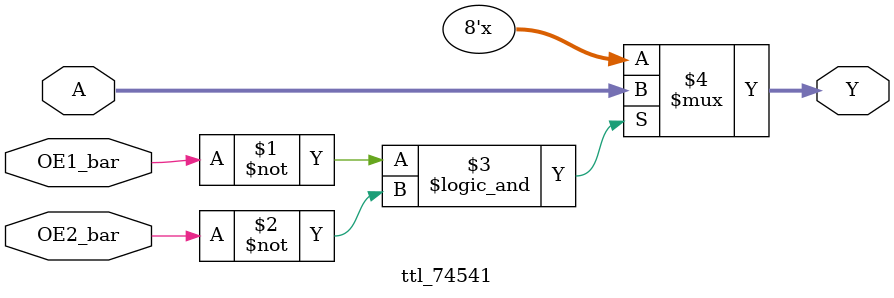
<source format=v>

/* verilator lint_off DECLFILENAME */
module ttl_74541 #(parameter WIDTH_OUT = 8, WIDTH_IN = WIDTH_OUT,
					DELAY_RISE = 8, DELAY_FALL = 8)
(
  input OE1_bar,
  input OE2_bar,
  input [WIDTH_IN-1:0] A,
  output [WIDTH_OUT-1:0] Y
);

/* verilator lint_off ASSIGNDLY */
assign #(DELAY_RISE, DELAY_FALL)
	Y = ((OE1_bar == 1'b0) && (OE2_bar == 1'b0)) ? A : {WIDTH_OUT{1'bz}};
/* verilator lint_on ASSIGNDLY */

endmodule
/* verilator lint_on DECLFILENAME */

</source>
